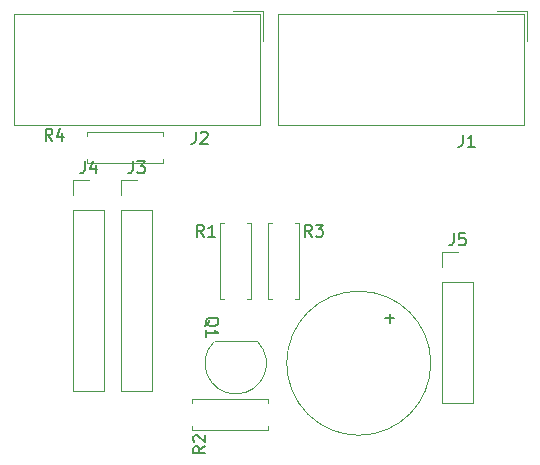
<source format=gbr>
G04 #@! TF.GenerationSoftware,KiCad,Pcbnew,5.0.2-bee76a0~70~ubuntu18.04.1*
G04 #@! TF.CreationDate,2018-12-25T16:41:34-08:00*
G04 #@! TF.ProjectId,Marlin_UIBOX,4d61726c-696e-45f5-9549-424f582e6b69,rev?*
G04 #@! TF.SameCoordinates,PX7bfa480PY68e7780*
G04 #@! TF.FileFunction,Legend,Top*
G04 #@! TF.FilePolarity,Positive*
%FSLAX46Y46*%
G04 Gerber Fmt 4.6, Leading zero omitted, Abs format (unit mm)*
G04 Created by KiCad (PCBNEW 5.0.2-bee76a0~70~ubuntu18.04.1) date Tue 25 Dec 2018 04:41:34 PM PST*
%MOMM*%
%LPD*%
G01*
G04 APERTURE LIST*
%ADD10C,0.120000*%
%ADD11C,0.150000*%
G04 APERTURE END LIST*
D10*
G04 #@! TO.C,R4*
X6744000Y26906000D02*
X6744000Y27236000D01*
X6744000Y27236000D02*
X13164000Y27236000D01*
X13164000Y27236000D02*
X13164000Y26906000D01*
X6744000Y24946000D02*
X6744000Y24616000D01*
X6744000Y24616000D02*
X13164000Y24616000D01*
X13164000Y24616000D02*
X13164000Y24946000D01*
G04 #@! TO.C,R3*
X22106000Y13064000D02*
X22436000Y13064000D01*
X22106000Y19484000D02*
X22106000Y13064000D01*
X22436000Y19484000D02*
X22106000Y19484000D01*
X24726000Y13064000D02*
X24396000Y13064000D01*
X24726000Y19484000D02*
X24726000Y13064000D01*
X24396000Y19484000D02*
X24726000Y19484000D01*
G04 #@! TO.C,J1*
X43752000Y27855000D02*
X22892000Y27855000D01*
X22892000Y27855000D02*
X22892000Y37205000D01*
X22892000Y37205000D02*
X43752000Y37205000D01*
X43752000Y37205000D02*
X43752000Y27855000D01*
X44002000Y37455000D02*
X41462000Y37455000D01*
X44002000Y37455000D02*
X44002000Y34915000D01*
G04 #@! TO.C,J2*
X21650000Y37455000D02*
X21650000Y34915000D01*
X21650000Y37455000D02*
X19110000Y37455000D01*
X21400000Y37205000D02*
X21400000Y27855000D01*
X540000Y37205000D02*
X21400000Y37205000D01*
X540000Y27855000D02*
X540000Y37205000D01*
X21400000Y27855000D02*
X540000Y27855000D01*
G04 #@! TO.C,J3*
X9640000Y23192000D02*
X10970000Y23192000D01*
X9640000Y21862000D02*
X9640000Y23192000D01*
X9640000Y20592000D02*
X12300000Y20592000D01*
X12300000Y20592000D02*
X12300000Y5292000D01*
X9640000Y20592000D02*
X9640000Y5292000D01*
X9640000Y5292000D02*
X12300000Y5292000D01*
G04 #@! TO.C,J4*
X5576000Y5292000D02*
X8236000Y5292000D01*
X5576000Y20592000D02*
X5576000Y5292000D01*
X8236000Y20592000D02*
X8236000Y5292000D01*
X5576000Y20592000D02*
X8236000Y20592000D01*
X5576000Y21862000D02*
X5576000Y23192000D01*
X5576000Y23192000D02*
X6906000Y23192000D01*
G04 #@! TO.C,J5*
X36818000Y17096000D02*
X38148000Y17096000D01*
X36818000Y15766000D02*
X36818000Y17096000D01*
X36818000Y14496000D02*
X39478000Y14496000D01*
X39478000Y14496000D02*
X39478000Y4276000D01*
X36818000Y14496000D02*
X36818000Y4276000D01*
X36818000Y4276000D02*
X39478000Y4276000D01*
G04 #@! TO.C,Q1*
X17513522Y9476478D02*
G75*
G03X19352000Y5038000I1838478J-1838478D01*
G01*
X21190478Y9476478D02*
G75*
G02X19352000Y5038000I-1838478J-1838478D01*
G01*
X21152000Y9488000D02*
X17552000Y9488000D01*
G04 #@! TO.C,R1*
X20332000Y19484000D02*
X20662000Y19484000D01*
X20662000Y19484000D02*
X20662000Y13064000D01*
X20662000Y13064000D02*
X20332000Y13064000D01*
X18372000Y19484000D02*
X18042000Y19484000D01*
X18042000Y19484000D02*
X18042000Y13064000D01*
X18042000Y13064000D02*
X18372000Y13064000D01*
G04 #@! TO.C,R2*
X15634000Y4630000D02*
X15634000Y4300000D01*
X22054000Y4630000D02*
X15634000Y4630000D01*
X22054000Y4300000D02*
X22054000Y4630000D01*
X15634000Y2010000D02*
X15634000Y2340000D01*
X22054000Y2010000D02*
X15634000Y2010000D01*
X22054000Y2340000D02*
X22054000Y2010000D01*
G04 #@! TO.C,LS1*
X35866000Y7648000D02*
G75*
G03X35866000Y7648000I-6100000J0D01*
G01*
G04 #@! TO.C,R4*
D11*
X3818333Y26489620D02*
X3485000Y26965810D01*
X3246904Y26489620D02*
X3246904Y27489620D01*
X3627857Y27489620D01*
X3723095Y27442000D01*
X3770714Y27394381D01*
X3818333Y27299143D01*
X3818333Y27156286D01*
X3770714Y27061048D01*
X3723095Y27013429D01*
X3627857Y26965810D01*
X3246904Y26965810D01*
X4675476Y27156286D02*
X4675476Y26489620D01*
X4437380Y27537239D02*
X4199285Y26822953D01*
X4818333Y26822953D01*
G04 #@! TO.C,R3*
X25789333Y18361620D02*
X25456000Y18837810D01*
X25217904Y18361620D02*
X25217904Y19361620D01*
X25598857Y19361620D01*
X25694095Y19314000D01*
X25741714Y19266381D01*
X25789333Y19171143D01*
X25789333Y19028286D01*
X25741714Y18933048D01*
X25694095Y18885429D01*
X25598857Y18837810D01*
X25217904Y18837810D01*
X26122666Y19361620D02*
X26741714Y19361620D01*
X26408380Y18980667D01*
X26551238Y18980667D01*
X26646476Y18933048D01*
X26694095Y18885429D01*
X26741714Y18790191D01*
X26741714Y18552096D01*
X26694095Y18456858D01*
X26646476Y18409239D01*
X26551238Y18361620D01*
X26265523Y18361620D01*
X26170285Y18409239D01*
X26122666Y18456858D01*
G04 #@! TO.C,J1*
X38576666Y26981620D02*
X38576666Y26267334D01*
X38529047Y26124477D01*
X38433809Y26029239D01*
X38290952Y25981620D01*
X38195714Y25981620D01*
X39576666Y25981620D02*
X39005238Y25981620D01*
X39290952Y25981620D02*
X39290952Y26981620D01*
X39195714Y26838762D01*
X39100476Y26743524D01*
X39005238Y26695905D01*
G04 #@! TO.C,J2*
X15970666Y27235620D02*
X15970666Y26521334D01*
X15923047Y26378477D01*
X15827809Y26283239D01*
X15684952Y26235620D01*
X15589714Y26235620D01*
X16399238Y27140381D02*
X16446857Y27188000D01*
X16542095Y27235620D01*
X16780190Y27235620D01*
X16875428Y27188000D01*
X16923047Y27140381D01*
X16970666Y27045143D01*
X16970666Y26949905D01*
X16923047Y26807048D01*
X16351619Y26235620D01*
X16970666Y26235620D01*
G04 #@! TO.C,J3*
X10636666Y24739620D02*
X10636666Y24025334D01*
X10589047Y23882477D01*
X10493809Y23787239D01*
X10350952Y23739620D01*
X10255714Y23739620D01*
X11017619Y24739620D02*
X11636666Y24739620D01*
X11303333Y24358667D01*
X11446190Y24358667D01*
X11541428Y24311048D01*
X11589047Y24263429D01*
X11636666Y24168191D01*
X11636666Y23930096D01*
X11589047Y23834858D01*
X11541428Y23787239D01*
X11446190Y23739620D01*
X11160476Y23739620D01*
X11065238Y23787239D01*
X11017619Y23834858D01*
G04 #@! TO.C,J4*
X6572666Y24739620D02*
X6572666Y24025334D01*
X6525047Y23882477D01*
X6429809Y23787239D01*
X6286952Y23739620D01*
X6191714Y23739620D01*
X7477428Y24406286D02*
X7477428Y23739620D01*
X7239333Y24787239D02*
X7001238Y24072953D01*
X7620285Y24072953D01*
G04 #@! TO.C,J5*
X37814666Y18643620D02*
X37814666Y17929334D01*
X37767047Y17786477D01*
X37671809Y17691239D01*
X37528952Y17643620D01*
X37433714Y17643620D01*
X38767047Y18643620D02*
X38290857Y18643620D01*
X38243238Y18167429D01*
X38290857Y18215048D01*
X38386095Y18262667D01*
X38624190Y18262667D01*
X38719428Y18215048D01*
X38767047Y18167429D01*
X38814666Y18072191D01*
X38814666Y17834096D01*
X38767047Y17738858D01*
X38719428Y17691239D01*
X38624190Y17643620D01*
X38386095Y17643620D01*
X38290857Y17691239D01*
X38243238Y17738858D01*
G04 #@! TO.C,Q1*
X16772380Y10781239D02*
X16820000Y10876477D01*
X16915238Y10971715D01*
X17058095Y11114572D01*
X17105714Y11209810D01*
X17105714Y11305048D01*
X16867619Y11257429D02*
X16915238Y11352667D01*
X17010476Y11447905D01*
X17200952Y11495524D01*
X17534285Y11495524D01*
X17724761Y11447905D01*
X17820000Y11352667D01*
X17867619Y11257429D01*
X17867619Y11066953D01*
X17820000Y10971715D01*
X17724761Y10876477D01*
X17534285Y10828858D01*
X17200952Y10828858D01*
X17010476Y10876477D01*
X16915238Y10971715D01*
X16867619Y11066953D01*
X16867619Y11257429D01*
X16867619Y9876477D02*
X16867619Y10447905D01*
X16867619Y10162191D02*
X17867619Y10162191D01*
X17724761Y10257429D01*
X17629523Y10352667D01*
X17581904Y10447905D01*
G04 #@! TO.C,R1*
X16645333Y18361620D02*
X16312000Y18837810D01*
X16073904Y18361620D02*
X16073904Y19361620D01*
X16454857Y19361620D01*
X16550095Y19314000D01*
X16597714Y19266381D01*
X16645333Y19171143D01*
X16645333Y19028286D01*
X16597714Y18933048D01*
X16550095Y18885429D01*
X16454857Y18837810D01*
X16073904Y18837810D01*
X17597714Y18361620D02*
X17026285Y18361620D01*
X17312000Y18361620D02*
X17312000Y19361620D01*
X17216761Y19218762D01*
X17121523Y19123524D01*
X17026285Y19075905D01*
G04 #@! TO.C,R2*
X16756380Y613334D02*
X16280190Y280000D01*
X16756380Y41905D02*
X15756380Y41905D01*
X15756380Y422858D01*
X15804000Y518096D01*
X15851619Y565715D01*
X15946857Y613334D01*
X16089714Y613334D01*
X16184952Y565715D01*
X16232571Y518096D01*
X16280190Y422858D01*
X16280190Y41905D01*
X15851619Y994286D02*
X15804000Y1041905D01*
X15756380Y1137143D01*
X15756380Y1375239D01*
X15804000Y1470477D01*
X15851619Y1518096D01*
X15946857Y1565715D01*
X16042095Y1565715D01*
X16184952Y1518096D01*
X16756380Y946667D01*
X16756380Y1565715D01*
G04 #@! TO.C,LS1*
X32377428Y11077048D02*
X32377428Y11838953D01*
X32758380Y11458000D02*
X31996476Y11458000D01*
G04 #@! TD*
M02*

</source>
